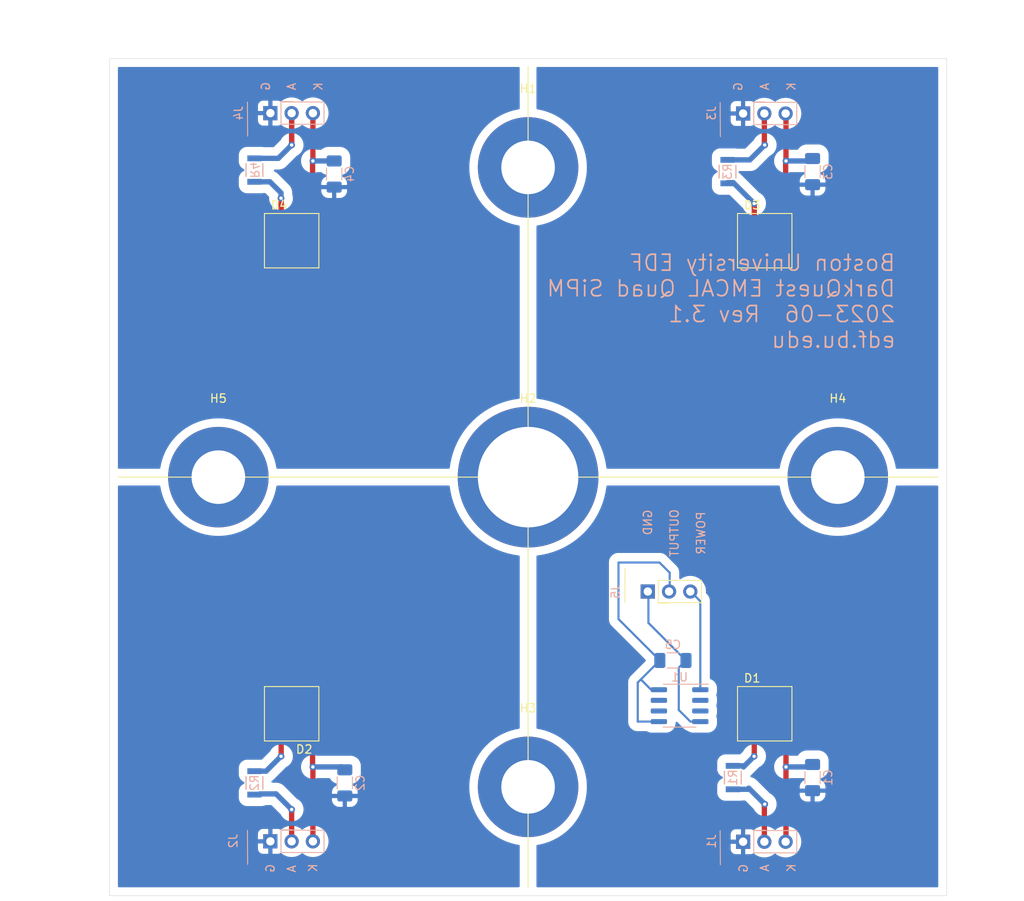
<source format=kicad_pcb>
(kicad_pcb (version 20221018) (generator pcbnew)
  (title_block (title "DarkQuest Quad SiPM with 5 kilo-Ohm Resistor") (comment 1 "Note: Rev 3.x for versions with resistors"))
  (layers (0 "F.Cu" signal) (31 "B.Cu" signal) (34 "B.Paste" user) (35 "F.Paste" user) (36 "B.SilkS" user "B.Silkscreen") (37 "F.SilkS" user "F.Silkscreen") (38 "B.Mask" user) (39 "F.Mask" user) (44 "Edge.Cuts" user))
  (net 0 "")
  (net 1 "Net-(J1-Pin_1)")
  (net 2 "Net-(J1-Pin_3)")
  (net 3 "Net-(J2-Pin_1)")
  (net 4 "Net-(J2-Pin_3)")
  (net 5 "Net-(J3-Pin_1)")
  (net 6 "Net-(J3-Pin_3)")
  (net 7 "Net-(J4-Pin_1)")
  (net 8 "Net-(J4-Pin_3)")
  (net 9 "Net-(J5-Pin_2)")
  (net 10 "Net-(J5-Pin_1)")
  (net 11 "Net-(D1-A-PadB2)")
  (net 12 "Net-(J2-Pin_2)")
  (net 13 "Net-(J3-Pin_2)")
  (net 14 "Net-(J4-Pin_2)")
  (net 15 "Net-(J1-Pin_2)")
  (net 16 "Net-(J5-Pin_3)")
  (net 17 "Net-(D2-A-PadB2)")
  (net 18 "Net-(D3-A-PadB2)")
  (net 19 "Net-(D4-A-PadB2)")
  (footprint "quad_sipm:sipm_6x6_bga_SMD" (layer "F.Cu") (at 130.77 130.77)
    (fp_text reference "D1" (at -4 -6.75) (layer "F.SilkS"))
    (fp_text value "D_Sipm_Quad")
    (fp_line (start -5.75 -5.75) (end -5.75 0.75) (stroke (width 0.12)) (layer "F.SilkS"))
    (fp_line (start -5.75 0.75) (end 0.75 0.75) (stroke (width 0.12)) (layer "F.SilkS"))
    (fp_line (start 0.75 -5.75) (end -5.75 -5.75) (stroke (width 0.12)) (layer "F.SilkS"))
    (fp_line (start 0.75 0.75) (end 0.75 -5.75) (stroke (width 0.12)) (layer "F.SilkS"))
    (pad "A1" smd circle (at 0 0) (size 0.7 0.7) (layers "F.Cu" "F.Paste" "F.Mask") (net 2 "Net-(J1-Pin_3)"))
    (pad "A4" smd circle (at 0 -5) (size 0.7 0.7) (layers "F.Cu" "F.Paste" "F.Mask") (net 2 "Net-(J1-Pin_3)"))
    (pad "B2" smd circle (at -1.25 -1.25) (size 0.7 0.7) (layers "F.Cu" "F.Paste" "F.Mask") (net 11 "Net-(D1-A-PadB2)"))
    (pad "B3" smd circle (at -1.25 -3.75) (size 0.7 0.7) (layers "F.Cu" "F.Paste" "F.Mask") (net 11 "Net-(D1-A-PadB2)"))
    (pad "C2" smd circle (at -3.75 -1.25) (size 0.7 0.7) (layers "F.Cu" "F.Paste" "F.Mask") (net 11 "Net-(D1-A-PadB2)"))
    (pad "C3" smd circle (at -3.75 -3.75) (size 0.7 0.7) (layers "F.Cu" "F.Paste" "F.Mask") (net 11 "Net-(D1-A-PadB2)"))
    (pad "D1" smd circle (at -5 0) (size 0.7 0.7) (layers "F.Cu" "F.Paste" "F.Mask") (net 2 "Net-(J1-Pin_3)"))
    (pad "D4" smd circle (at -5 -5) (size 0.7 0.7) (layers "F.Cu" "F.Paste" "F.Mask") (net 2 "Net-(J1-Pin_3)"))
  )
  (footprint "quad_sipm:sipm_6x6_bga_SMD" (layer "F.Cu") (at 130.77 74.255)
    (fp_text reference "D3" (at -4 -6.75) (layer "F.SilkS"))
    (fp_text value "D_Sipm_Quad")
    (fp_line (start -5.75 -5.75) (end -5.75 0.75) (stroke (width 0.12)) (layer "F.SilkS"))
    (fp_line (start -5.75 0.75) (end 0.75 0.75) (stroke (width 0.12)) (layer "F.SilkS"))
    (fp_line (start 0.75 -5.75) (end -5.75 -5.75) (stroke (width 0.12)) (layer "F.SilkS"))
    (fp_line (start 0.75 0.75) (end 0.75 -5.75) (stroke (width 0.12)) (layer "F.SilkS"))
    (pad "A1" smd circle (at 0 0) (size 0.7 0.7) (layers "F.Cu" "F.Paste" "F.Mask") (net 6 "Net-(J3-Pin_3)"))
    (pad "A4" smd circle (at 0 -5) (size 0.7 0.7) (layers "F.Cu" "F.Paste" "F.Mask") (net 6 "Net-(J3-Pin_3)"))
    (pad "B2" smd circle (at -1.25 -1.25) (size 0.7 0.7) (layers "F.Cu" "F.Paste" "F.Mask") (net 18 "Net-(D3-A-PadB2)"))
    (pad "B3" smd circle (at -1.25 -3.75) (size 0.7 0.7) (layers "F.Cu" "F.Paste" "F.Mask") (net 18 "Net-(D3-A-PadB2)"))
    (pad "C2" smd circle (at -3.75 -1.25) (size 0.7 0.7) (layers "F.Cu" "F.Paste" "F.Mask") (net 18 "Net-(D3-A-PadB2)"))
    (pad "C3" smd circle (at -3.75 -3.75) (size 0.7 0.7) (layers "F.Cu" "F.Paste" "F.Mask") (net 18 "Net-(D3-A-PadB2)"))
    (pad "D1" smd circle (at -5 0) (size 0.7 0.7) (layers "F.Cu" "F.Paste" "F.Mask") (net 6 "Net-(J3-Pin_3)"))
    (pad "D4" smd circle (at -5 -5) (size 0.7 0.7) (layers "F.Cu" "F.Paste" "F.Mask") (net 6 "Net-(J3-Pin_3)"))
  )
  (footprint "quad_sipm:sipm_6x6_bga_SMD" (layer "F.Cu") (at 74.255 74.255)
    (fp_text reference "D4" (at -4 -6.75) (layer "F.SilkS"))
    (fp_text value "D_Sipm_Quad")
    (fp_line (start -5.75 -5.75) (end -5.75 0.75) (stroke (width 0.12)) (layer "F.SilkS"))
    (fp_line (start -5.75 0.75) (end 0.75 0.75) (stroke (width 0.12)) (layer "F.SilkS"))
    (fp_line (start 0.75 -5.75) (end -5.75 -5.75) (stroke (width 0.12)) (layer "F.SilkS"))
    (fp_line (start 0.75 0.75) (end 0.75 -5.75) (stroke (width 0.12)) (layer "F.SilkS"))
    (pad "A1" smd circle (at 0 0) (size 0.7 0.7) (layers "F.Cu" "F.Paste" "F.Mask") (net 8 "Net-(J4-Pin_3)"))
    (pad "A4" smd circle (at 0 -5) (size 0.7 0.7) (layers "F.Cu" "F.Paste" "F.Mask") (net 8 "Net-(J4-Pin_3)"))
    (pad "B2" smd circle (at -1.25 -1.25) (size 0.7 0.7) (layers "F.Cu" "F.Paste" "F.Mask") (net 19 "Net-(D4-A-PadB2)"))
    (pad "B3" smd circle (at -1.25 -3.75) (size 0.7 0.7) (layers "F.Cu" "F.Paste" "F.Mask") (net 19 "Net-(D4-A-PadB2)"))
    (pad "C2" smd circle (at -3.75 -1.25) (size 0.7 0.7) (layers "F.Cu" "F.Paste" "F.Mask") (net 19 "Net-(D4-A-PadB2)"))
    (pad "C3" smd circle (at -3.75 -3.75) (size 0.7 0.7) (layers "F.Cu" "F.Paste" "F.Mask") (net 19 "Net-(D4-A-PadB2)"))
    (pad "D1" smd circle (at -5 0) (size 0.7 0.7) (layers "F.Cu" "F.Paste" "F.Mask") (net 8 "Net-(J4-Pin_3)"))
    (pad "D4" smd circle (at -5 -5) (size 0.7 0.7) (layers "F.Cu" "F.Paste" "F.Mask") (net 8 "Net-(J4-Pin_3)"))
  )
  (footprint "quad_sipm:sipm_6x6_bga_SMD" (layer "F.Cu") (at 69.255 125.77 180)
    (fp_text reference "D2" (at -4 -6.75 180) (layer "F.SilkS"))
    (fp_text value "D_Sipm_Quad")
    (fp_line (start -5.75 -5.75) (end -5.75 0.75) (stroke (width 0.12)) (layer "F.SilkS"))
    (fp_line (start -5.75 0.75) (end 0.75 0.75) (stroke (width 0.12)) (layer "F.SilkS"))
    (fp_line (start 0.75 -5.75) (end -5.75 -5.75) (stroke (width 0.12)) (layer "F.SilkS"))
    (fp_line (start 0.75 0.75) (end 0.75 -5.75) (stroke (width 0.12)) (layer "F.SilkS"))
    (pad "A1" smd circle (at 0 0 180) (size 0.7 0.7) (layers "F.Cu" "F.Paste" "F.Mask") (net 4 "Net-(J2-Pin_3)"))
    (pad "A4" smd circle (at 0 -5 180) (size 0.7 0.7) (layers "F.Cu" "F.Paste" "F.Mask") (net 4 "Net-(J2-Pin_3)"))
    (pad "B2" smd circle (at -1.25 -1.25 180) (size 0.7 0.7) (layers "F.Cu" "F.Paste" "F.Mask") (net 17 "Net-(D2-A-PadB2)"))
    (pad "B3" smd circle (at -1.25 -3.75 180) (size 0.7 0.7) (layers "F.Cu" "F.Paste" "F.Mask") (net 17 "Net-(D2-A-PadB2)"))
    (pad "C2" smd circle (at -3.75 -1.25 180) (size 0.7 0.7) (layers "F.Cu" "F.Paste" "F.Mask") (net 17 "Net-(D2-A-PadB2)"))
    (pad "C3" smd circle (at -3.75 -3.75 180) (size 0.7 0.7) (layers "F.Cu" "F.Paste" "F.Mask") (net 17 "Net-(D2-A-PadB2)"))
    (pad "D1" smd circle (at -5 0 180) (size 0.7 0.7) (layers "F.Cu" "F.Paste" "F.Mask") (net 4 "Net-(J2-Pin_3)"))
    (pad "D4" smd circle (at -5 -5 180) (size 0.7 0.7) (layers "F.Cu" "F.Paste" "F.Mask") (net 4 "Net-(J2-Pin_3)"))
  )
  (footprint "quad_sipm:MountingHole_8.4mm_M8_Pad" (layer "F.Cu") (at 100 100)
    (fp_text reference "H2" (at 0 -9.4) (layer "F.SilkS"))
    (fp_text value "MountingHole")
    (pad "1" thru_hole circle (at 0 0) (size 16.8 16.8) (drill 12) (layers "*.Cu" "*.Mask"))
  )
  (footprint "quad_sipm:MountingHole_6.4_pad" (layer "F.Cu") (at 100 137)
    (fp_text reference "H3" (at 0 -9.4) (layer "F.SilkS"))
    (fp_text value "MountingHole")
    (pad "1" thru_hole circle (at 0 0) (size 12 12) (drill 6.4) (layers "*.Cu" "*.Mask"))
  )
  (footprint "quad_sipm:MountingHole_6.4_pad" (layer "F.Cu") (at 137 100)
    (fp_text reference "H4" (at 0 -9.4) (layer "F.SilkS"))
    (fp_text value "MountingHole")
    (pad "1" thru_hole circle (at 0 0) (size 12 12) (drill 6.4) (layers "*.Cu" "*.Mask"))
  )
  (footprint "quad_sipm:MountingHole_6.4_pad" (layer "F.Cu") (at 63 100)
    (fp_text reference "H5" (at 0 -9.4) (layer "F.SilkS"))
    (fp_text value "MountingHole")
    (pad "1" thru_hole circle (at 0 0) (size 12 12) (drill 6.4) (layers "*.Cu" "*.Mask"))
  )
  (footprint "quad_sipm:MountingHole_6.4_pad" (layer "F.Cu") (at 100 63)
    (fp_text reference "H1" (at 0 -9.4) (layer "F.SilkS"))
    (fp_text value "MountingHole")
    (pad "1" thru_hole circle (at 0 0) (size 12 12) (drill 6.4) (layers "*.Cu" "*.Mask"))
  )
  (footprint "Connector_PinHeader_2.54mm:PinHeader_1x03_P2.54mm_Vertical" (layer "F.Cu") (at 116.885 113.71 90)
    (fp_text reference "J5" (at 0.035 -6.425 90) (layer "B.SilkS") (effects (justify mirror)))
    (fp_text value "8-102202-4")
    (fp_line (start -1.33 0) (end -1.33 -1.33) (stroke (width 0.12)) (layer "F.SilkS"))
    (fp_line (start -1.285 -1.315) (end -1.285 3.825) (stroke (width 0.12)) (layer "F.SilkS"))
    (fp_line (start -1.285 -1.315) (end 1.375 -1.315) (stroke (width 0.12)) (layer "F.SilkS"))
    (fp_line (start -1.285 3.825) (end 1.375 3.825) (stroke (width 0.12)) (layer "F.SilkS"))
    (fp_line (start -1.275 -5.325) (end 2.8 -5.3) (stroke (width 0.12)) (layer "F.SilkS"))
    (fp_line (start 1.375 -1.315) (end 1.375 3.825) (stroke (width 0.12)) (layer "F.SilkS"))
    (pad "1" thru_hole rect (at 0.045 -2.585 90) (size 1.7 1.7) (drill 1) (layers "*.Cu" "*.Mask") (net 10 "Net-(J5-Pin_1)"))
    (pad "2" thru_hole oval (at 0.045 -0.045 90) (size 1.7 1.7) (drill 1) (layers "*.Cu" "*.Mask") (net 9 "Net-(J5-Pin_2)"))
    (pad "3" thru_hole oval (at 0.045 2.495 90) (size 1.7 1.7) (drill 1) (layers "*.Cu" "*.Mask") (net 16 "Net-(J5-Pin_3)"))
  )
  (footprint "Connector_PinHeader_2.54mm:PinHeader_1x03_P2.54mm_Vertical" (layer "B.Cu") (at 128.27 143.51 -90)
    (fp_text reference "J1" (at 0 6.35 90) (layer "B.SilkS") (effects (justify mirror)))
    (fp_text value "8-102202-4")
    (fp_line (start -1.33 0) (end -1.33 1.33) (stroke (width 0.12)) (layer "B.SilkS"))
    (fp_line (start -1.285 -3.825) (end 1.375 -3.825) (stroke (width 0.12)) (layer "B.SilkS"))
    (fp_line (start -1.285 1.315) (end -1.285 -3.825) (stroke (width 0.12)) (layer "B.SilkS"))
    (fp_line (start -1.285 1.315) (end 1.375 1.315) (stroke (width 0.12)) (layer "B.SilkS"))
    (fp_line (start -1.275 5.325) (end 2.8 5.3) (stroke (width 0.12)) (layer "B.SilkS"))
    (fp_line (start 1.375 1.315) (end 1.375 -3.825) (stroke (width 0.12)) (layer "B.SilkS"))
    (pad "1" thru_hole rect (at 0.045 2.585 270) (size 1.7 1.7) (drill 1) (layers "*.Cu" "*.Mask") (net 1 "Net-(J1-Pin_1)"))
    (pad "2" thru_hole oval (at 0.045 0.045 270) (size 1.7 1.7) (drill 1) (layers "*.Cu" "*.Mask") (net 15 "Net-(J1-Pin_2)"))
    (pad "3" thru_hole oval (at 0.045 -2.495 270) (size 1.7 1.7) (drill 1) (layers "*.Cu" "*.Mask") (net 2 "Net-(J1-Pin_3)"))
  )
  (footprint "Capacitor_SMD:C_1206_3216Metric_Pad1.33x1.80mm_HandSolder" (layer "B.Cu") (at 76.835 63.7925 90)
    (fp_text reference "C4" (at 0 1.85 90) (layer "B.SilkS") (effects (justify mirror)))
    (fp_text value "10nF 100V")
    (fp_line (start -0.711252 -0.91) (end 0.711252 -0.91) (stroke (width 0.12)) (layer "B.SilkS"))
    (fp_line (start -0.711252 0.91) (end 0.711252 0.91) (stroke (width 0.12)) (layer "B.SilkS"))
    (pad "1" smd roundrect (at -1.5625 0 90) (size 1.325 1.8) (layers "B.Cu" "B.Paste" "B.Mask") (roundrect_rratio 0.188679) (net 7 "Net-(J4-Pin_1)"))
    (pad "2" smd roundrect (at 1.5625 0 90) (size 1.325 1.8) (layers "B.Cu" "B.Paste" "B.Mask") (roundrect_rratio 0.188679) (net 8 "Net-(J4-Pin_3)"))
  )
  (footprint "Connector_PinHeader_2.54mm:PinHeader_1x03_P2.54mm_Vertical" (layer "B.Cu") (at 128.27 56.515 -90)
    (fp_text reference "J3" (at 0 6.35 90) (layer "B.SilkS") (effects (justify mirror)))
    (fp_text value "8-102202-4")
    (fp_line (start -1.33 0) (end -1.33 1.33) (stroke (width 0.12)) (layer "B.SilkS"))
    (fp_line (start -1.285 -3.825) (end 1.375 -3.825) (stroke (width 0.12)) (layer "B.SilkS"))
    (fp_line (start -1.285 1.315) (end -1.285 -3.825) (stroke (width 0.12)) (layer "B.SilkS"))
    (fp_line (start -1.285 1.315) (end 1.375 1.315) (stroke (width 0.12)) (layer "B.SilkS"))
    (fp_line (start -1.275 5.325) (end 2.8 5.3) (stroke (width 0.12)) (layer "B.SilkS"))
    (fp_line (start 1.375 1.315) (end 1.375 -3.825) (stroke (width 0.12)) (layer "B.SilkS"))
    (pad "1" thru_hole rect (at 0.045 2.585 270) (size 1.7 1.7) (drill 1) (layers "*.Cu" "*.Mask") (net 5 "Net-(J3-Pin_1)"))
    (pad "2" thru_hole oval (at 0.045 0.045 270) (size 1.7 1.7) (drill 1) (layers "*.Cu" "*.Mask") (net 13 "Net-(J3-Pin_2)"))
    (pad "3" thru_hole oval (at 0.045 -2.495 270) (size 1.7 1.7) (drill 1) (layers "*.Cu" "*.Mask") (net 6 "Net-(J3-Pin_3)"))
  )
  (footprint "Connector_PinHeader_2.54mm:PinHeader_1x03_P2.54mm_Vertical" (layer "B.Cu") (at 71.8 56.47 -90)
    (fp_text reference "J4" (at 0.045 6.395 90) (layer "B.SilkS") (effects (justify mirror)))
    (fp_text value "8-102202-4")
    (fp_line (start -1.33 0) (end -1.33 1.33) (stroke (width 0.12)) (layer "B.SilkS"))
    (fp_line (start -1.285 -3.825) (end 1.375 -3.825) (stroke (width 0.12)) (layer "B.SilkS"))
    (fp_line (start -1.285 1.315) (end -1.285 -3.825) (stroke (width 0.12)) (layer "B.SilkS"))
    (fp_line (start -1.285 1.315) (end 1.375 1.315) (stroke (width 0.12)) (layer "B.SilkS"))
    (fp_line (start -1.275 5.325) (end 2.8 5.3) (stroke (width 0.12)) (layer "B.SilkS"))
    (fp_line (start 1.375 1.315) (end 1.375 -3.825) (stroke (width 0.12)) (layer "B.SilkS"))
    (pad "1" thru_hole rect (at 0.045 2.585 270) (size 1.7 1.7) (drill 1) (layers "*.Cu" "*.Mask") (net 7 "Net-(J4-Pin_1)"))
    (pad "2" thru_hole oval (at 0.045 0.045 270) (size 1.7 1.7) (drill 1) (layers "*.Cu" "*.Mask") (net 14 "Net-(J4-Pin_2)"))
    (pad "3" thru_hole oval (at 0.045 -2.495 270) (size 1.7 1.7) (drill 1) (layers "*.Cu" "*.Mask") (net 8 "Net-(J4-Pin_3)"))
  )
  (footprint "Capacitor_SMD:C_1206_3216Metric_Pad1.33x1.80mm_HandSolder" (layer "B.Cu") (at 133.985 63.5 90)
    (fp_text reference "C3" (at 0 1.85 90) (layer "B.SilkS") (effects (justify mirror)))
    (fp_text value "10nF 100V")
    (fp_line (start -0.711252 -0.91) (end 0.711252 -0.91) (stroke (width 0.12)) (layer "B.SilkS"))
    (fp_line (start -0.711252 0.91) (end 0.711252 0.91) (stroke (width 0.12)) (layer "B.SilkS"))
    (pad "1" smd roundrect (at -1.5625 0 90) (size 1.325 1.8) (layers "B.Cu" "B.Paste" "B.Mask") (roundrect_rratio 0.188679) (net 5 "Net-(J3-Pin_1)"))
    (pad "2" smd roundrect (at 1.5625 0 90) (size 1.325 1.8) (layers "B.Cu" "B.Paste" "B.Mask") (roundrect_rratio 0.188679) (net 6 "Net-(J3-Pin_3)"))
  )
  (footprint "Connector_PinHeader_2.54mm:PinHeader_1x03_P2.54mm_Vertical" (layer "B.Cu") (at 71.8 143.465 -90)
    (fp_text reference "J2" (at 0 7.03 -90) (layer "B.SilkS") (effects (justify mirror)))
    (fp_text value "8-102202-4")
    (fp_line (start -1.33 0) (end -1.33 1.33) (stroke (width 0.12)) (layer "B.SilkS"))
    (fp_line (start -1.285 -3.825) (end 1.375 -3.825) (stroke (width 0.12)) (layer "B.SilkS"))
    (fp_line (start -1.285 1.315) (end -1.285 -3.825) (stroke (width 0.12)) (layer "B.SilkS"))
    (fp_line (start -1.285 1.315) (end 1.375 1.315) (stroke (width 0.12)) (layer "B.SilkS"))
    (fp_line (start -1.275 5.325) (end 2.8 5.3) (stroke (width 0.12)) (layer "B.SilkS"))
    (fp_line (start 1.375 1.315) (end 1.375 -3.825) (stroke (width 0.12)) (layer "B.SilkS"))
    (pad "1" thru_hole rect (at 0.045 2.585 270) (size 1.7 1.7) (drill 1) (layers "*.Cu" "*.Mask") (net 3 "Net-(J2-Pin_1)"))
    (pad "2" thru_hole oval (at 0.045 0.045 270) (size 1.7 1.7) (drill 1) (layers "*.Cu" "*.Mask") (net 12 "Net-(J2-Pin_2)"))
    (pad "3" thru_hole oval (at 0.045 -2.495 270) (size 1.7 1.7) (drill 1) (layers "*.Cu" "*.Mask") (net 4 "Net-(J2-Pin_3)"))
  )
  (footprint "Capacitor_SMD:C_1206_3216Metric_Pad1.33x1.80mm_HandSolder" (layer "B.Cu") (at 133.985 135.89 90)
    (fp_text reference "C1" (at 0 1.85 90) (layer "B.SilkS") (effects (justify mirror)))
    (fp_text value "10nF 100V")
    (fp_line (start -0.711252 -0.91) (end 0.711252 -0.91) (stroke (width 0.12)) (layer "B.SilkS"))
    (fp_line (start -0.711252 0.91) (end 0.711252 0.91) (stroke (width 0.12)) (layer "B.SilkS"))
    (pad "1" smd roundrect (at -1.5625 0 90) (size 1.325 1.8) (layers "B.Cu" "B.Paste" "B.Mask") (roundrect_rratio 0.188679) (net 1 "Net-(J1-Pin_1)"))
    (pad "2" smd roundrect (at 1.5625 0 90) (size 1.325 1.8) (layers "B.Cu" "B.Paste" "B.Mask") (roundrect_rratio 0.188679) (net 2 "Net-(J1-Pin_3)"))
  )
  (footprint "Capacitor_SMD:C_1206_3216Metric_Pad1.33x1.80mm_HandSolder" (layer "B.Cu") (at 78.105 136.525 90)
    (fp_text reference "C2" (at 0 1.85 90) (layer "B.SilkS") (effects (justify mirror)))
    (fp_text value "10nF 100V")
    (fp_line (start -0.711252 -0.91) (end 0.711252 -0.91) (stroke (width 0.12)) (layer "B.SilkS"))
    (fp_line (start -0.711252 0.91) (end 0.711252 0.91) (stroke (width 0.12)) (layer "B.SilkS"))
    (pad "1" smd roundrect (at -1.5625 0 90) (size 1.325 1.8) (layers "B.Cu" "B.Paste" "B.Mask") (roundrect_rratio 0.188679) (net 3 "Net-(J2-Pin_1)"))
    (pad "2" smd roundrect (at 1.5625 0 90) (size 1.325 1.8) (layers "B.Cu" "B.Paste" "B.Mask") (roundrect_rratio 0.188679) (net 4 "Net-(J2-Pin_3)"))
  )
  (footprint "Resistor_SMD:1206_VIS-L" (layer "B.Cu") (at 123.825 63.5 -90)
    (fp_text reference "R3" (at 0 0 90 unlocked) (layer "B.SilkS") (effects (justify mirror)))
    (fp_text value "R")
    (fp_line (start -0.754213 -1.002) (end 0.754213 -1.002) (stroke (width 0.1524)) (layer "B.SilkS"))
    (fp_line (start 0.754213 1.002) (end -0.754213 1.002) (stroke (width 0.1524)) (layer "B.SilkS"))
    (pad "1" smd rect (at -1.4008 0 270) (size 0.7016 1.6992) (layers "B.Cu" "B.Paste" "B.Mask") (net 13 "Net-(J3-Pin_2)"))
    (pad "2" smd rect (at 1.4008 0 270) (size 0.7016 1.6992) (layers "B.Cu" "B.Paste" "B.Mask") (net 18 "Net-(D3-A-PadB2)"))
    (zone (net 0) (net_name "") (layer "B.Cu") (connect_pads (clearance 0)) (min_thickness 0.254)
      (keepout (tracks not_allowed) (vias not_allowed) (pads allowed) (copperpour not_allowed) (footprints allowed))
      (fill (thermal_gap 0.508) (thermal_bridge_width 0.508))
      (polygon (pts (xy 123.0008 62.5008) (xy 123.0008 64.4992) (xy 124.6492 64.4992) (xy 124.6492 62.5008)))
    )
  )
  (footprint "Package_SO:SOIC-8_3.9x4.9mm_P1.27mm" (layer "B.Cu") (at 118.1 127.3 180)
    (fp_text reference "U1" (at 0 3.4) (layer "B.SilkS") (effects (justify mirror)))
    (fp_text value "TMP36xS")
    (fp_line (start 0 -2.56) (end -1.95 -2.56) (stroke (width 0.12)) (layer "B.SilkS"))
    (fp_line (start 0 -2.56) (end 1.95 -2.56) (stroke (width 0.12)) (layer "B.SilkS"))
    (fp_line (start 0 2.56) (end -3.45 2.56) (stroke (width 0.12)) (layer "B.SilkS"))
    (fp_line (start 0 2.56) (end 1.95 2.56) (stroke (width 0.12)) (layer "B.SilkS"))
    (pad "1" smd roundrect (at -2.475 1.905 180) (size 1.95 0.6) (layers "B.Cu" "B.Paste" "B.Mask") (net 16 "Net-(J5-Pin_3)"))
    (pad "2" smd roundrect (at -2.475 0.635 180) (size 1.95 0.6) (layers "B.Cu" "B.Paste" "B.Mask"))
    (pad "3" smd roundrect (at -2.475 -0.635 180) (size 1.95 0.6) (layers "B.Cu" "B.Paste" "B.Mask"))
    (pad "4" smd roundrect (at -2.475 -1.905 180) (size 1.95 0.6) (layers "B.Cu" "B.Paste" "B.Mask") (net 10 "Net-(J5-Pin_1)"))
    (pad "5" smd roundrect (at 2.475 -1.905 180) (size 1.95 0.6) (layers "B.Cu" "B.Paste" "B.Mask") (net 9 "Net-(J5-Pin_2)"))
    (pad "6" smd roundrect (at 2.475 -0.635 180) (size 1.95 0.6) (layers "B.Cu" "B.Paste" "B.Mask"))
    (pad "7" smd roundrect (at 2.475 0.635 180) (size 1.95 0.6) (layers "B.Cu" "B.Paste" "B.Mask"))
    (pad "8" smd roundrect (at 2.475 1.905 180) (size 1.95 0.6) (layers "B.Cu" "B.Paste" "B.Mask") (net 9 "Net-(J5-Pin_2)"))
  )
  (footprint "Capacitor_SMD:C_1206_3216Metric_Pad1.33x1.80mm_HandSolder" (layer "B.Cu") (at 117.3 121.9)
    (fp_text reference "C5" (at 0 -1.885) (layer "B.SilkS") (effects (justify mirror)))
    (fp_text value "100nF 25V")
    (fp_line (start -0.711252 -0.91) (end 0.711252 -0.91) (stroke (width 0.12)) (layer "B.SilkS"))
    (fp_line (start -0.711252 0.91) (end 0.711252 0.91) (stroke (width 0.12)) (layer "B.SilkS"))
    (pad "1" smd roundrect (at -1.5625 0) (size 1.325 1.8) (layers "B.Cu" "B.Paste" "B.Mask") (roundrect_rratio 0.188679) (net 9 "Net-(J5-Pin_2)"))
    (pad "2" smd roundrect (at 1.5625 0) (size 1.325 1.8) (layers "B.Cu" "B.Paste" "B.Mask") (roundrect_rratio 0.188679) (net 10 "Net-(J5-Pin_1)"))
  )
  (footprint "Resistor_SMD:1206_VIS-L" (layer "B.Cu") (at 67.31 63.3184 90)
    (fp_text reference "R4" (at 0 0 270 unlocked) (layer "B.SilkS") (effects (justify mirror)))
    (fp_text value "R")
    (fp_line (start -0.754213 -1.002) (end 0.754213 -1.002) (stroke (width 0.1524)) (layer "B.SilkS"))
    (fp_line (start 0.754213 1.002) (end -0.754213 1.002) (stroke (width 0.1524)) (layer "B.SilkS"))
    (pad "1" smd rect (at -1.4008 0 90) (size 0.7016 1.6992) (layers "B.Cu" "B.Paste" "B.Mask") (net 19 "Net-(D4-A-PadB2)"))
    (pad "2" smd rect (at 1.4008 0 90) (size 0.7016 1.6992) (layers "B.Cu" "B.Paste" "B.Mask") (net 14 "Net-(J4-Pin_2)"))
    (zone (net 0) (net_name "") (layer "B.Cu") (connect_pads (clearance 0)) (min_thickness 0.254)
      (keepout (tracks not_allowed) (vias not_allowed) (pads allowed) (copperpour not_allowed) (footprints allowed))
      (fill (thermal_gap 0.508) (thermal_bridge_width 0.508))
      (polygon (pts (xy 68.1342 64.3176) (xy 68.1342 62.3192) (xy 66.4858 62.3192) (xy 66.4858 64.3176)))
    )
  )
  (footprint "Resistor_SMD:1206_VIS-L" (layer "B.Cu") (at 67.31 136.525 -90)
    (fp_text reference "R2" (at 0 0 90 unlocked) (layer "B.SilkS") (effects (justify mirror)))
    (fp_text value "R")
    (fp_line (start -0.754213 -1.002) (end 0.754213 -1.002) (stroke (width 0.1524)) (layer "B.SilkS"))
    (fp_line (start 0.754213 1.002) (end -0.754213 1.002) (stroke (width 0.1524)) (layer "B.SilkS"))
    (pad "1" smd rect (at -1.4008 0 270) (size 0.7016 1.6992) (layers "B.Cu" "B.Paste" "B.Mask") (net 17 "Net-(D2-A-PadB2)"))
    (pad "2" smd rect (at 1.4008 0 270) (size 0.7016 1.6992) (layers "B.Cu" "B.Paste" "B.Mask") (net 12 "Net-(J2-Pin_2)"))
    (zone (net 0) (net_name "") (layer "B.Cu") (connect_pads (clearance 0)) (min_thickness 0.254)
      (keepout (tracks not_allowed) (vias not_allowed) (pads allowed) (copperpour not_allowed) (footprints allowed))
      (fill (thermal_gap 0.508) (thermal_bridge_width 0.508))
      (polygon (pts (xy 66.4858 135.5258) (xy 66.4858 137.5242) (xy 68.1342 137.5242) (xy 68.1342 135.5258)))
    )
  )
  (footprint "Resistor_SMD:1206_VIS-L" (layer "B.Cu") (at 124.46 135.89 -90)
    (fp_text reference "R1" (at 0 0 90 unlocked) (layer "B.SilkS") (effects (justify mirror)))
    (fp_text value "R")
    (fp_line (start -0.754213 -1.002) (end 0.754213 -1.002) (stroke (width 0.1524)) (layer "B.SilkS"))
    (fp_line (start 0.754213 1.002) (end -0.754213 1.002) (stroke (width 0.1524)) (layer "B.SilkS"))
    (pad "1" smd rect (at -1.4008 0 270) (size 0.7016 1.6992) (layers "B.Cu" "B.Paste" "B.Mask") (net 11 "Net-(D1-A-PadB2)"))
    (pad "2" smd rect (at 1.4008 0 270) (size 0.7016 1.6992) (layers "B.Cu" "B.Paste" "B.Mask") (net 15 "Net-(J1-Pin_2)"))
    (zone (net 0) (net_name "") (layer "B.Cu") (connect_pads (clearance 0)) (min_thickness 0.254)
      (keepout (tracks not_allowed) (vias not_allowed) (pads allowed) (copperpour not_allowed) (footprints allowed))
      (fill (thermal_gap 0.508) (thermal_bridge_width 0.508))
      (polygon (pts (xy 123.6358 134.8908) (xy 123.6358 136.8892) (xy 125.2842 136.8892) (xy 125.2842 134.8908)))
    )
  )
  (gr_line (start 51 100) (end 149 100) (stroke (width 0.12)) (layer "F.SilkS"))
  (gr_line (start 100 51) (end 100 149) (stroke (width 0.12)) (layer "F.SilkS"))
  (gr_line (start 50 150) (end 50 50) (stroke (width 0.05)) (layer "Edge.Cuts"))
  (gr_line (start 150 150) (end 50 150) (stroke (width 0.05)) (layer "Edge.Cuts"))
  (gr_line (start 50 50) (end 150 50) (stroke (width 0.05)) (layer "Edge.Cuts"))
  (gr_line (start 150 50) (end 150 150) (stroke (width 0.05)) (layer "Edge.Cuts"))
  (gr_text "G" (at 125.095 53.34 90) (layer "B.SilkS") (effects (font (size 1 1)) (justify mirror)))
  (gr_text "K" (at 131.445 53.34 90) (layer "B.SilkS") (effects (font (size 1 1)) (justify mirror)))
  (gr_text "A" (at 128.27 53.34 90) (layer "B.SilkS") (effects (font (size 1 1)) (justify mirror)))
  (gr_text "G" (at 69.215 147.32 90) (layer "B.SilkS") (effects (font (size 1 1)) (justify right mirror)))
  (gr_text "A" (at 71.755 147.32 90) (layer "B.SilkS") (effects (font (size 1 1)) (justify right mirror)))
  (gr_text "K" (at 74.93 53.34 90) (layer "B.SilkS") (effects (font (size 1 1)) (justify mirror)))
  (gr_text "OUTPUT" (at 117.475 106.68 90) (layer "B.SilkS") (effects (font (size 1 1)) (justify mirror)))
  (gr_text "A" (at 71.755 53.34 90) (layer "B.SilkS") (effects (font (size 1 1)) (justify mirror)))
  (gr_text "K" (at 74.295 146.685 90) (layer "B.SilkS") (effects (font (size 1 1)) (justify mirror)))
  (gr_text "A" (at 128.27 146.685 90) (layer "B.SilkS") (effects (font (size 1 1)) (justify mirror)))
  (gr_text "G" (at 125.73 147.32 90) (layer "B.SilkS") (effects (font (size 1 1)) (justify right mirror)))
  (gr_text "POWER" (at 120.65 106.68 90) (layer "B.SilkS") (effects (font (size 1 1)) (justify mirror)))
  (gr_text "K" (at 131.445 146.685 90) (layer "B.SilkS") (effects (font (size 1 1)) (justify mirror)))
  (gr_text "Boston University EDF\nDarkQuest EMCAL Quad SiPM\n2023-06  Rev 3.1\nedf.bu.edu" (at 144 79) (layer "B.SilkS") (effects (font (size 1.905 1.905) (thickness 0.2032)) (justify left mirror)))
  (gr_text "GND\n" (at 114.3 105.41 90) (layer "B.SilkS") (effects (font (size 1 1)) (justify mirror)))
  (gr_text "G" (at 68.66 52.705 90) (layer "B.SilkS") (effects (font (size 1 1)) (justify left mirror)))
  (segment (start 130.81 134.62) (end 130.81 130.81) (width 0.635) (layer "F.Cu") (net 2))
  (segment (start 130.81 143.51) (end 130.81 134.62) (width 0.635) (layer "F.Cu") (net 2))
  (segment (start 130.81 130.81) (end 130.77 130.77) (width 0.635) (layer "F.Cu") (net 2))
  (segment (start 125.77 125.77) (end 130.77 125.77) (width 0.635) (layer "F.Cu") (net 2))
  (segment (start 125.77 125.77) (end 125.77 130.77) (width 0.635) (layer "F.Cu") (net 2))
  (segment (start 130.77 130.77) (end 130.77 125.77) (width 0.635) (layer "F.Cu") (net 2))
  (via (at 130.81 134.62) (size 0.8) (drill 0.4) (layers "F.Cu" "B.Cu") (net 2))
  (segment (start 130.81 134.62) (end 133.6925 134.62) (width 0.635) (layer "B.Cu") (net 2))
  (segment (start 133.6925 134.62) (end 133.985 134.3275) (width 0.635) (layer "B.Cu") (net 2))
  (segment (start 74.295 143.51) (end 74.295 134.62) (width 0.635) (layer "F.Cu") (net 4))
  (segment (start 69.255 125.77) (end 69.255 130.77) (width 0.635) (layer "F.Cu") (net 4))
  (segment (start 74.255 134.58) (end 74.295 134.62) (width 0.635) (layer "F.Cu") (net 4))
  (segment (start 74.255 130.77) (end 74.255 134.58) (width 0.635) (layer "F.Cu") (net 4))
  (segment (start 69.255 125.77) (end 74.255 125.77) (width 0.635) (layer "F.Cu") (net 4))
  (segment (start 74.255 125.77) (end 74.255 130.77) (width 0.635) (layer "F.Cu") (net 4))
  (via (at 74.295 134.62) (size 0.8) (drill 0.4) (layers "F.Cu" "B.Cu") (net 4))
  (segment (start 77.7625 134.62) (end 78.105 134.9625) (width 0.635) (layer "B.Cu") (net 4))
  (segment (start 74.295 134.62) (end 77.7625 134.62) (width 0.635) (layer "B.Cu") (net 4))
  (segment (start 125.77 74.255) (end 130.77 74.255) (width 0.635) (layer "F.Cu") (net 6))
  (segment (start 125.77 69.255) (end 125.77 74.255) (width 0.635) (layer "F.Cu") (net 6))
  (segment (start 130.81 62.23) (end 130.81 56.515) (width 0.635) (layer "F.Cu") (net 6))
  (segment (start 130.77 69.255) (end 130.77 62.27) (width 0.635) (layer "F.Cu") (net 6))
  (segment (start 130.77 74.255) (end 130.77 69.255) (width 0.635) (layer "F.Cu") (net 6))
  (segment (start 130.77 62.27) (end 130.81 62.23) (width 0.635) (layer "F.Cu") (net 6))
  (via (at 130.81 62.23) (size 0.8) (drill 0.4) (layers "F.Cu" "B.Cu") (net 6))
  (segment (start 130.81 62.23) (end 133.6925 62.23) (width 0.635) (layer "B.Cu") (net 6))
  (segment (start 133.6925 62.23) (end 133.985 61.9375) (width 0.635) (layer "B.Cu") (net 6))
  (segment (start 74.255 69.255) (end 74.255 62.27) (width 0.635) (layer "F.Cu") (net 8))
  (segment (start 74.255 62.27) (end 74.295 62.23) (width 0.635) (layer "F.Cu") (net 8))
  (segment (start 74.295 56.515) (end 74.295 62.23) (width 0.635) (layer "F.Cu") (net 8))
  (segment (start 69.255 69.255) (end 69.255 74.255) (width 0.635) (layer "F.Cu") (net 8))
  (segment (start 69.255 74.255) (end 74.255 74.255) (width 0.635) (layer "F.Cu") (net 8))
  (segment (start 74.255 74.255) (end 74.255 69.255) (width 0.635) (layer "F.Cu") (net 8))
  (via (at 74.295 62.23) (size 0.8) (drill 0.4) (layers "F.Cu" "B.Cu") (net 8))
  (segment (start 74.295 62.23) (end 76.835 62.23) (width 0.635) (layer "B.Cu") (net 8))
  (segment (start 113.1 124.5375) (end 113.46875 124.16875) (width 0.25) (layer "B.Cu") (net 9))
  (segment (start 115.248928 129.205) (end 115.243928 129.2) (width 0.25) (layer "B.Cu") (net 9))
  (segment (start 110.8 110.2) (end 115.7 110.2) (width 0.25) (layer "B.Cu") (net 9))
  (segment (start 115.625 125.395) (end 114.695 125.395) (width 0.25) (layer "B.Cu") (net 9))
  (segment (start 116.915 111.415) (end 116.915 113.7) (width 0.25) (layer "B.Cu") (net 9))
  (segment (start 113.1 129.2) (end 113.1 124.5375) (width 0.25) (layer "B.Cu") (net 9))
  (segment (start 115.7375 121.9) (end 110.8 116.9625) (width 0.25) (layer "B.Cu") (net 9))
  (segment (start 114.695 125.395) (end 113.46875 124.16875) (width 0.25) (layer "B.Cu") (net 9))
  (segment (start 115.7 110.2) (end 116.915 111.415) (width 0.25) (layer "B.Cu") (net 9))
  (segment (start 110.8 116.9625) (end 110.8 110.2) (width 0.25) (layer "B.Cu") (net 9))
  (segment (start 113.46875 124.16875) (end 115.7375 121.9) (width 0.25) (layer "B.Cu") (net 9))
  (segment (start 115.625 129.205) (end 115.248928 129.205) (width 0.25) (layer "B.Cu") (net 9))
  (segment (start 115.243928 129.2) (end 113.1 129.2) (width 0.25) (layer "B.Cu") (net 9))
  (segment (start 119.395 129.205) (end 118 127.81) (width 0.25) (layer "B.Cu") (net 10))
  (segment (start 114.375 117.4125) (end 114.375 113.7) (width 0.25) (layer "B.Cu") (net 10))
  (segment (start 120.575 129.205) (end 119.395 129.205) (width 0.25) (layer "B.Cu") (net 10))
  (segment (start 118 122.7625) (end 118.8625 121.9) (width 0.25) (layer "B.Cu") (net 10))
  (segment (start 118 127.81) (end 118 122.7625) (width 0.25) (layer "B.Cu") (net 10))
  (segment (start 118.8625 121.9) (end 114.375 117.4125) (width 0.25) (layer "B.Cu") (net 10))
  (segment (start 127.02 133.33) (end 127 133.35) (width 0.635) (layer "F.Cu") (net 11))
  (segment (start 129.52 127.02) (end 127.02 127.02) (width 0.635) (layer "F.Cu") (net 11))
  (segment (start 127.02 129.52) (end 127.02 133.33) (width 0.635) (layer "F.Cu") (net 11))
  (segment (start 127.02 127.02) (end 127.02 129.52) (width 0.635) (layer "F.Cu") (net 11))
  (segment (start 127.02 129.52) (end 129.52 129.52) (width 0.635) (layer "F.Cu") (net 11))
  (segment (start 129.52 129.52) (end 129.52 127.02) (width 0.635) (layer "F.Cu") (net 11))
  (via (at 127 133.35) (size 0.8) (drill 0.4) (layers "F.Cu" "B.Cu") (net 11))
  (segment (start 125.73 134.62) (end 125.5992 134.4892) (width 0.635) (layer "B.Cu") (net 11))
  (segment (start 125.5992 134.4892) (end 124.46 134.4892) (width 0.635) (layer "B.Cu") (net 11))
  (segment (start 127 133.35) (end 125.73 134.62) (width 0.635) (layer "B.Cu") (net 11))
  (segment (start 71.755 143.51) (end 71.755 139.7) (width 0.635) (layer "F.Cu") (net 12))
  (via (at 71.755 139.7) (size 0.8) (drill 0.4) (layers "F.Cu" "B.Cu") (net 12))
  (segment (start 69.8967 137.8417) (end 67.945 137.8417) (width 0.635) (layer "B.Cu") (net 12))
  (segment (start 71.755 139.7) (end 69.8967 137.8417) (width 0.635) (layer "B.Cu") (net 12))
  (segment (start 128.225 56.56) (end 128.225 60.28) (width 0.635) (layer "F.Cu") (net 13))
  (segment (start 128.225 60.28) (end 128.27 60.325) (width 0.635) (layer "F.Cu") (net 13))
  (via (at 128.27 60.325) (size 0.8) (drill 0.4) (layers "F.Cu" "B.Cu") (net 13))
  (segment (start 123.825 62.0992) (end 126.4958 62.0992) (width 0.635) (layer "B.Cu") (net 13))
  (segment (start 126.4958 62.0992) (end 128.27 60.325) (width 0.635) (layer "B.Cu") (net 13))
  (segment (start 71.755 60.325) (end 71.755 57.121062) (width 0.635) (layer "F.Cu") (net 14))
  (segment (start 71.755 56.515) (end 71.755 60.325) (width 0.635) (layer "F.Cu") (net 14))
  (via (at 71.755 60.325) (size 0.8) (drill 0.4) (layers "F.Cu" "B.Cu") (net 14))
  (segment (start 70.1624 61.9176) (end 71.755 60.325) (width 0.635) (layer "B.Cu") (net 14))
  (segment (start 67.31 61.9176) (end 70.1624 61.9176) (width 0.635) (layer "B.Cu") (net 14))
  (segment (start 128.225 143.555) (end 128.225 139.11) (width 0.635) (layer "F.Cu") (net 15))
  (segment (start 128.225 139.11) (end 128.27 139.065) (width 0.635) (layer "F.Cu") (net 15))
  (via (at 128.27 139.065) (size 0.8) (drill 0.4) (layers "F.Cu" "B.Cu") (net 15))
  (segment (start 126.365 137.16) (end 126.2342 137.2908) (width 0.635) (layer "B.Cu") (net 15))
  (segment (start 126.2342 137.2908) (end 124.46 137.2908) (width 0.635) (layer "B.Cu") (net 15))
  (segment (start 128.27 139.065) (end 126.365 137.16) (width 0.635) (layer "B.Cu") (net 15))
  (segment (start 120.575 125.395) (end 120.575 114.82) (width 0.25) (layer "B.Cu") (net 16))
  (segment (start 120.575 114.82) (end 119.455 113.7) (width 0.25) (layer "B.Cu") (net 16))
  (segment (start 73.005 129.52) (end 70.505 129.52) (width 0.635) (layer "F.Cu") (net 17))
  (segment (start 70.505 129.52) (end 70.505 133.33) (width 0.635) (layer "F.Cu") (net 17))
  (segment (start 70.505 127.02) (end 73.005 127.02) (width 0.635) (layer "F.Cu") (net 17))
  (segment (start 73.005 127.02) (end 73.005 129.52) (width 0.635) (layer "F.Cu") (net 17))
  (segment (start 70.505 133.33) (end 70.485 133.35) (width 0.635) (layer "F.Cu") (net 17))
  (segment (start 70.505 127.02) (end 70.505 129.52) (width 0.635) (layer "F.Cu") (net 17))
  (via (at 70.485 133.35) (size 0.8) (drill 0.4) (layers "F.Cu" "B.Cu") (net 17))
  (segment (start 70.485 133.35) (end 68.7108 135.1242) (width 0.635) (layer "B.Cu") (net 17))
  (segment (start 68.7108 135.1242) (end 67.31 135.1242) (width 0.635) (layer "B.Cu") (net 17))
  (segment (start 127.02 70.505) (end 127.02 73.005) (width 0.635) (layer "F.Cu") (net 18))
  (segment (start 127.02 67.33) (end 127 67.31) (width 0.635) (layer "F.Cu") (net 18))
  (segment (start 129.52 73.005) (end 129.52 70.505) (width 0.635) (layer "F.Cu") (net 18))
  (segment (start 129.52 73.005) (end 127.02 73.005) (width 0.635) (layer "F.Cu") (net 18))
  (segment (start 127.02 70.505) (end 127.02 67.33) (width 0.635) (layer "F.Cu") (net 18))
  (segment (start 127.02 70.505) (end 129.52 70.505) (width 0.635) (layer "F.Cu") (net 18))
  (via (at 127 67.31) (size 0.8) (drill 0.4) (layers "F.Cu" "B.Cu") (net 18))
  (segment (start 127 67.31) (end 124.5067 64.8167) (width 0.635) (layer "B.Cu") (net 18))
  (segment (start 124.5067 64.8167) (end 123.825 64.8167) (width 0.635) (layer "B.Cu") (net 18))
  (segment (start 70.505 70.505) (end 70.505 66.695) (width 0.635) (layer "F.Cu") (net 19))
  (segment (start 70.505 66.695) (end 70.485 66.675) (width 0.635) (layer "F.Cu") (net 19))
  (segment (start 70.505 70.505) (end 70.505 73.005) (width 0.635) (layer "F.Cu") (net 19))
  (segment (start 70.505 73.005) (end 73.005 73.005) (width 0.635) (layer "F.Cu") (net 19))
  (segment (start 73.005 73.005) (end 73.005 70.505) (width 0.635) (layer "F.Cu") (net 19))
  (segment (start 73.005 70.505) (end 70.505 70.505) (width 0.635) (layer "F.Cu") (net 19))
  (via (at 70.485 66.675) (size 0.8) (drill 0.4) (layers "F.Cu" "B.Cu") (net 19))
  (segment (start 70.485 66.04) (end 69.1642 64.7192) (width 0.635) (layer "B.Cu") (net 19))
  (segment (start 70.485 66.675) (end 70.485 66.04) (width 0.635) (layer "B.Cu") (net 19))
  (segment (start 69.1642 64.7192) (end 67.31 64.7192) (width 0.635) (layer "B.Cu") (net 19))
  (zone (net 5) (net_name "Net-(J3-Pin_1)") (layer "B.Cu") (connect_pads (clearance 1.016)) (min_thickness 0.254) (fill yes (thermal_gap 0.635) (thermal_bridge_width 0.508))
    (polygon (pts (xy 149 99) (xy 101 99) (xy 101 51) (xy 149 51)))
  )
  (zone (net 7) (net_name "Net-(J4-Pin_1)") (layer "B.Cu") (connect_pads (clearance 1.016)) (min_thickness 0.254) (fill yes (thermal_gap 0.635) (thermal_bridge_width 0.508))
    (polygon (pts (xy 99 99) (xy 51 99) (xy 51 51) (xy 99 51)))
  )
  (zone (net 1) (net_name "Net-(J1-Pin_1)") (layer "B.Cu") (connect_pads (clearance 1.016)) (min_thickness 0.254) (fill yes (thermal_gap 0.635) (thermal_bridge_width 0.508))
    (polygon (pts (xy 149 149) (xy 101 149) (xy 101 101) (xy 149 101)))
  )
  (zone (net 3) (net_name "Net-(J2-Pin_1)") (layer "B.Cu") (connect_pads (clearance 1.016)) (min_thickness 0.254) (fill yes (thermal_gap 0.635) (thermal_bridge_width 0.508))
    (polygon (pts (xy 99 149) (xy 51 149) (xy 51 101) (xy 99 101)))
  )
)
</source>
